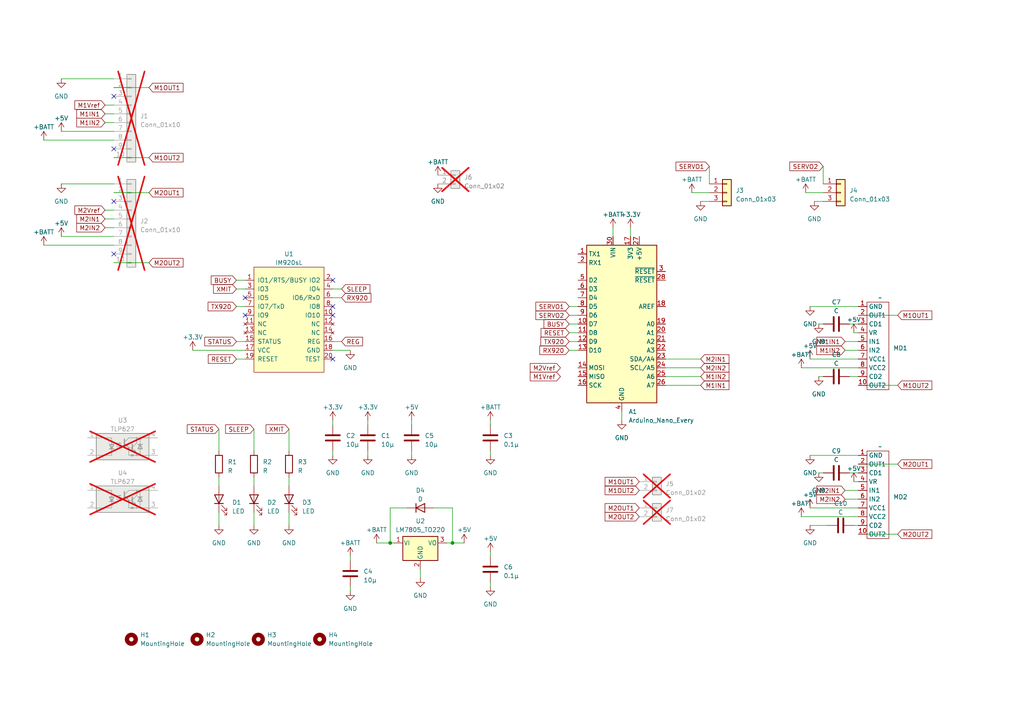
<source format=kicad_sch>
(kicad_sch (version 20230121) (generator eeschema)
  (paper "A4")
  (lib_symbols
    (symbol "BA6222:BA6222"
      (property "Reference" "MD" (at 0 0 0))
      (symbol "BA6222_0_1"
        (rectangle (start -3.81 -1.27) (end 2.54 -26.67))
      )
      (symbol "BA6222_1_1"
        (pin input line (at -6.35 -2.54 0) (length 2.54) (name "GND") (number "1"))
        (pin input line (at -6.35 -25.4 0) (length 2.54) (name "OUT2") (number "10"))
        (pin input line (at -6.35 -5.08 0) (length 2.54) (name "OUT1") (number "2"))
        (pin input line (at -6.35 -7.62 0) (length 2.54) (name "CD1") (number "3"))
        (pin input line (at -6.35 -10.16 0) (length 2.54) (name "VR") (number "4"))
        (pin input line (at -6.35 -12.7 0) (length 2.54) (name "IN1") (number "5"))
        (pin input line (at -6.35 -15.24 0) (length 2.54) (name "IN2") (number "6"))
        (pin input line (at -6.35 -17.78 0) (length 2.54) (name "VCC1") (number "7"))
        (pin input line (at -6.35 -20.32 0) (length 2.54) (name "VCC2") (number "8"))
        (pin input line (at -6.35 -22.86 0) (length 2.54) (name "CD2") (number "9"))
      )
    )
    (symbol "Connector_Generic:Conn_01x02" (pin_names (offset 1.016) hide)
      (property "Reference" "J" (at 0 2.54 0))
      (property "Value" "Conn_01x02" (at 0 -5.08 0))
      (symbol "Conn_01x02_1_1"
        (rectangle (start -1.27 -2.413) (end 0 -2.667) (stroke (width 0.1524)))
        (rectangle (start -1.27 0.127) (end 0 -0.127) (stroke (width 0.1524)))
        (rectangle (start -1.27 1.27) (end 1.27 -3.81) (stroke (width 0.254)) (fill (type background)))
        (pin passive line (at -5.08 0 0) (length 3.81) (name "Pin_1") (number "1"))
        (pin passive line (at -5.08 -2.54 0) (length 3.81) (name "Pin_2") (number "2"))
      )
    )
    (symbol "Connector_Generic:Conn_01x03" (pin_names (offset 1.016) hide)
      (property "Reference" "J" (at 0 5.08 0))
      (property "Value" "Conn_01x03" (at 0 -5.08 0))
      (symbol "Conn_01x03_1_1"
        (rectangle (start -1.27 -2.413) (end 0 -2.667) (stroke (width 0.1524)))
        (rectangle (start -1.27 0.127) (end 0 -0.127) (stroke (width 0.1524)))
        (rectangle (start -1.27 2.667) (end 0 2.413) (stroke (width 0.1524)))
        (rectangle (start -1.27 3.81) (end 1.27 -3.81) (stroke (width 0.254)) (fill (type background)))
        (pin passive line (at -5.08 2.54 0) (length 3.81) (name "Pin_1") (number "1"))
        (pin passive line (at -5.08 0 0) (length 3.81) (name "Pin_2") (number "2"))
        (pin passive line (at -5.08 -2.54 0) (length 3.81) (name "Pin_3") (number "3"))
      )
    )
    (symbol "Connector_Generic:Conn_01x10" (pin_names (offset 1.016) hide)
      (property "Reference" "J" (at 0 12.7 0))
      (property "Value" "Conn_01x10" (at 0 -15.24 0))
      (symbol "Conn_01x10_1_1"
        (rectangle (start -1.27 -12.573) (end 0 -12.827) (stroke (width 0.1524)))
        (rectangle (start -1.27 -10.033) (end 0 -10.287) (stroke (width 0.1524)))
        (rectangle (start -1.27 -7.493) (end 0 -7.747) (stroke (width 0.1524)))
        (rectangle (start -1.27 -4.953) (end 0 -5.207) (stroke (width 0.1524)))
        (rectangle (start -1.27 -2.413) (end 0 -2.667) (stroke (width 0.1524)))
        (rectangle (start -1.27 0.127) (end 0 -0.127) (stroke (width 0.1524)))
        (rectangle (start -1.27 2.667) (end 0 2.413) (stroke (width 0.1524)))
        (rectangle (start -1.27 5.207) (end 0 4.953) (stroke (width 0.1524)))
        (rectangle (start -1.27 7.747) (end 0 7.493) (stroke (width 0.1524)))
        (rectangle (start -1.27 10.287) (end 0 10.033) (stroke (width 0.1524)))
        (rectangle (start -1.27 11.43) (end 1.27 -13.97) (stroke (width 0.254)) (fill (type background)))
        (pin passive line (at -5.08 10.16 0) (length 3.81) (name "Pin_1") (number "1"))
        (pin passive line (at -5.08 -12.7 0) (length 3.81) (name "Pin_10") (number "10"))
        (pin passive line (at -5.08 7.62 0) (length 3.81) (name "Pin_2") (number "2"))
        (pin passive line (at -5.08 5.08 0) (length 3.81) (name "Pin_3") (number "3"))
        (pin passive line (at -5.08 2.54 0) (length 3.81) (name "Pin_4") (number "4"))
        (pin passive line (at -5.08 0 0) (length 3.81) (name "Pin_5") (number "5"))
        (pin passive line (at -5.08 -2.54 0) (length 3.81) (name "Pin_6") (number "6"))
        (pin passive line (at -5.08 -5.08 0) (length 3.81) (name "Pin_7") (number "7"))
        (pin passive line (at -5.08 -7.62 0) (length 3.81) (name "Pin_8") (number "8"))
        (pin passive line (at -5.08 -10.16 0) (length 3.81) (name "Pin_9") (number "9"))
      )
    )
    (symbol "Device:C" (pin_numbers hide) (pin_names (offset 0.254))
      (property "Reference" "C" (at 0.635 2.54 0))
      (property "Value" "C" (at 0.635 -2.54 0))
      (symbol "C_0_1"
        (polyline (pts (xy -2.032 -0.762) (xy 2.032 -0.762)) (stroke (width 0.508)))
        (polyline (pts (xy -2.032 0.762) (xy 2.032 0.762)) (stroke (width 0.508)))
      )
      (symbol "C_1_1"
        (pin passive line (at 0 3.81 270) (length 2.794) (name "~") (number "1"))
        (pin passive line (at 0 -3.81 90) (length 2.794) (name "~") (number "2"))
      )
    )
    (symbol "Device:D" (pin_numbers hide) (pin_names (offset 1.016) hide)
      (property "Reference" "D" (at 0 2.54 0))
      (property "Value" "D" (at 0 -2.54 0))
      (symbol "D_0_1"
        (polyline (pts (xy -1.27 1.27) (xy -1.27 -1.27)) (stroke (width 0.254)))
        (polyline (pts (xy 1.27 0) (xy -1.27 0)))
        (polyline (pts (xy 1.27 1.27) (xy 1.27 -1.27) (xy -1.27 0) (xy 1.27 1.27)) (stroke (width 0.254)))
      )
      (symbol "D_1_1"
        (pin passive line (at -3.81 0 0) (length 2.54) (name "K") (number "1"))
        (pin passive line (at 3.81 0 180) (length 2.54) (name "A") (number "2"))
      )
    )
    (symbol "Device:LED" (pin_numbers hide) (pin_names (offset 1.016) hide)
      (property "Reference" "D" (at 0 2.54 0))
      (property "Value" "LED" (at 0 -2.54 0))
      (symbol "LED_0_1"
        (polyline (pts (xy -1.27 -1.27) (xy -1.27 1.27)) (stroke (width 0.254)))
        (polyline (pts (xy -1.27 0) (xy 1.27 0)))
        (polyline (pts (xy 1.27 -1.27) (xy 1.27 1.27) (xy -1.27 0) (xy 1.27 -1.27)) (stroke (width 0.254)))
        (polyline (pts (xy -3.048 -0.762) (xy -4.572 -2.286) (xy -3.81 -2.286) (xy -4.572 -2.286) (xy -4.572 -1.524)))
        (polyline (pts (xy -1.778 -0.762) (xy -3.302 -2.286) (xy -2.54 -2.286) (xy -3.302 -2.286) (xy -3.302 -1.524)))
      )
      (symbol "LED_1_1"
        (pin passive line (at -3.81 0 0) (length 2.54) (name "K") (number "1"))
        (pin passive line (at 3.81 0 180) (length 2.54) (name "A") (number "2"))
      )
    )
    (symbol "Device:R" (pin_numbers hide) (pin_names (offset 0))
      (property "Reference" "R" (at 2.032 0 90))
      (property "Value" "R" (at 0 0 90))
      (symbol "R_0_1"
        (rectangle (start -1.016 -2.54) (end 1.016 2.54) (stroke (width 0.254)))
      )
      (symbol "R_1_1"
        (pin passive line (at 0 3.81 270) (length 1.27) (name "~") (number "1"))
        (pin passive line (at 0 -3.81 90) (length 1.27) (name "~") (number "2"))
      )
    )
    (symbol "Isolator:TLP627" (pin_names (offset 1.016))
      (property "Reference" "U" (at -7.62 5.08 0))
      (property "Value" "TLP627" (at 0 5.08 0))
      (symbol "TLP627_0_1"
        (rectangle (start -7.62 3.81) (end 7.62 -3.81) (stroke (width 0.254)) (fill (type background)))
        (polyline (pts (xy -3.81 -0.635) (xy -2.54 -0.635)) (stroke (width 0.254)))
        (polyline (pts (xy 0.508 1.016) (xy 1.778 -0.254)))
        (polyline (pts (xy 0.508 1.27) (xy 1.778 2.54)))
        (polyline (pts (xy 0.508 2.159) (xy 0.508 0.127)) (stroke (width 0.3556)))
        (polyline (pts (xy 1.778 2.54) (xy 7.62 2.54)))
        (polyline (pts (xy 2.794 -0.508) (xy 4.064 -1.778)))
        (polyline (pts (xy 2.794 -0.381) (xy 1.778 -0.381)))
        (polyline (pts (xy 2.794 -0.254) (xy 4.064 1.016)))
        (polyline (pts (xy 4.064 -2.54) (xy 7.62 -2.54)))
        (polyline (pts (xy 4.064 -1.778) (xy 4.064 -2.54)))
        (polyline (pts (xy 4.064 1.016) (xy 4.064 2.54)))
        (polyline (pts (xy 4.445 0.635) (xy 5.715 0.635)) (stroke (width 0.254)))
        (polyline (pts (xy 5.08 -0.635) (xy 5.08 -2.54)))
        (polyline (pts (xy 5.08 -0.635) (xy 5.08 2.54)))
        (polyline (pts (xy -7.62 2.54) (xy -3.175 2.54) (xy -3.175 0.635)))
        (polyline (pts (xy -3.175 0.762) (xy -3.175 -2.54) (xy -7.62 -2.54)))
        (polyline (pts (xy 2.794 0.635) (xy 2.794 -1.397) (xy 2.794 -1.397)) (stroke (width 0.3556)))
        (polyline (pts (xy -3.175 -0.635) (xy -3.81 0.635) (xy -2.54 0.635) (xy -3.175 -0.635)) (stroke (width 0.254)))
        (polyline (pts (xy 1.524 0) (xy 1.27 0.508) (xy 1.016 0.254) (xy 1.524 0)))
        (polyline (pts (xy 3.81 -1.524) (xy 3.556 -1.016) (xy 3.302 -1.27) (xy 3.81 -1.524)))
        (polyline (pts (xy 5.08 0.635) (xy 4.445 -0.635) (xy 5.715 -0.635) (xy 5.08 0.635)) (stroke (width 0.254)))
        (polyline (pts (xy -1.778 0) (xy -0.508 0) (xy -0.889 -0.127) (xy -0.889 0.127) (xy -0.508 0)))
        (polyline (pts (xy -1.778 1.016) (xy -0.508 1.016) (xy -0.889 0.889) (xy -0.889 1.143) (xy -0.508 1.016)))
        (polyline (pts (xy 1.778 -0.254) (xy 1.778 -2.54) (xy 2.286 -2.54) (xy 2.413 -2.286) (xy 2.54 -2.794) (xy 2.667 -2.286) (xy 2.794 -2.794) (xy 2.921 -2.286) (xy 3.048 -2.794) (xy 3.175 -2.286) (xy 3.302 -2.54) (xy 4.064 -2.54)))
        (circle (center 1.778 -0.381) (radius 0.127))
        (circle (center 4.064 -2.54) (radius 0.127))
        (circle (center 4.064 2.54) (radius 0.127))
        (circle (center 5.08 -2.54) (radius 0.127))
        (circle (center 5.08 2.54) (radius 0.127))
      )
      (symbol "TLP627_1_1"
        (pin passive line (at -10.16 2.54 0) (length 2.54) (name "~") (number "1"))
        (pin passive line (at -10.16 -2.54 0) (length 2.54) (name "~") (number "2"))
        (pin passive line (at 10.16 -2.54 180) (length 2.54) (name "~") (number "3"))
        (pin passive line (at 10.16 2.54 180) (length 2.54) (name "~") (number "4"))
      )
    )
    (symbol "MCU_Module:Arduino_Nano_Every"
      (property "Reference" "A" (at -10.16 23.495 0))
      (property "Value" "Arduino_Nano_Every" (at 5.08 -24.13 0))
      (symbol "Arduino_Nano_Every_0_1"
        (rectangle (start -10.16 22.86) (end 10.16 -22.86) (stroke (width 0.254)) (fill (type background)))
      )
      (symbol "Arduino_Nano_Every_1_1"
        (pin bidirectional line (at -12.7 20.32 0) (length 2.54) (name "TX1") (number "1"))
        (pin bidirectional line (at -12.7 0 0) (length 2.54) (name "D7") (number "10"))
        (pin bidirectional line (at -12.7 -2.54 0) (length 2.54) (name "D8") (number "11"))
        (pin bidirectional line (at -12.7 -5.08 0) (length 2.54) (name "D9") (number "12"))
        (pin bidirectional line (at -12.7 -7.62 0) (length 2.54) (name "D10") (number "13"))
        (pin bidirectional line (at -12.7 -12.7 0) (length 2.54) (name "MOSI") (number "14"))
        (pin bidirectional line (at -12.7 -15.24 0) (length 2.54) (name "MISO") (number "15"))
        (pin bidirectional line (at -12.7 -17.78 0) (length 2.54) (name "SCK") (number "16"))
        (pin power_out line (at 2.54 25.4 270) (length 2.54) (name "3V3") (number "17"))
        (pin input line (at 12.7 5.08 180) (length 2.54) (name "AREF") (number "18"))
        (pin bidirectional line (at 12.7 0 180) (length 2.54) (name "A0") (number "19"))
        (pin bidirectional line (at -12.7 17.78 0) (length 2.54) (name "RX1") (number "2"))
        (pin bidirectional line (at 12.7 -2.54 180) (length 2.54) (name "A1") (number "20"))
        (pin bidirectional line (at 12.7 -5.08 180) (length 2.54) (name "A2") (number "21"))
        (pin bidirectional line (at 12.7 -7.62 180) (length 2.54) (name "A3") (number "22"))
        (pin bidirectional line (at 12.7 -10.16 180) (length 2.54) (name "SDA/A4") (number "23"))
        (pin bidirectional line (at 12.7 -12.7 180) (length 2.54) (name "SCL/A5") (number "24"))
        (pin bidirectional line (at 12.7 -15.24 180) (length 2.54) (name "A6") (number "25"))
        (pin bidirectional line (at 12.7 -17.78 180) (length 2.54) (name "A7") (number "26"))
        (pin power_out line (at 5.08 25.4 270) (length 2.54) (name "+5V") (number "27"))
        (pin input line (at 12.7 12.7 180) (length 2.54) (name "~{RESET}") (number "28"))
        (pin passive line (at 0 -25.4 90) (length 2.54) hide (name "GND") (number "29"))
        (pin input line (at 12.7 15.24 180) (length 2.54) (name "~{RESET}") (number "3"))
        (pin power_in line (at -2.54 25.4 270) (length 2.54) (name "VIN") (number "30"))
        (pin power_in line (at 0 -25.4 90) (length 2.54) (name "GND") (number "4"))
        (pin bidirectional line (at -12.7 12.7 0) (length 2.54) (name "D2") (number "5"))
        (pin bidirectional line (at -12.7 10.16 0) (length 2.54) (name "D3") (number "6"))
        (pin bidirectional line (at -12.7 7.62 0) (length 2.54) (name "D4") (number "7"))
        (pin bidirectional line (at -12.7 5.08 0) (length 2.54) (name "D5") (number "8"))
        (pin bidirectional line (at -12.7 2.54 0) (length 2.54) (name "D6") (number "9"))
      )
    )
    (symbol "Mechanical:MountingHole" (pin_names (offset 1.016))
      (property "Reference" "H" (at 0 5.08 0))
      (property "Value" "MountingHole" (at 0 3.175 0))
      (symbol "MountingHole_0_1"
        (circle (center 0 0) (radius 1.27) (stroke (width 1.27)))
      )
    )
    (symbol "Regulator_Linear:LM7805_TO220" (pin_names (offset 0.254))
      (property "Reference" "U" (at -3.81 3.175 0))
      (property "Value" "LM7805_TO220" (at 0 3.175 0))
      (symbol "LM7805_TO220_0_1"
        (rectangle (start -5.08 1.905) (end 5.08 -5.08) (stroke (width 0.254)) (fill (type background)))
      )
      (symbol "LM7805_TO220_1_1"
        (pin power_in line (at -7.62 0 0) (length 2.54) (name "VI") (number "1"))
        (pin power_in line (at 0 -7.62 90) (length 2.54) (name "GND") (number "2"))
        (pin power_out line (at 7.62 0 180) (length 2.54) (name "VO") (number "3"))
      )
    )
    (symbol "interplan:IM920sL" (pin_names (offset 1.016))
      (property "Reference" "U" (at 0 15.24 0))
      (property "Value" "IM920sL" (at 0 -17.78 0))
      (symbol "IM920sL_0_1"
        (rectangle (start -10.16 13.97) (end 10.16 -16.51) (fill (type background)))
      )
      (symbol "IM920sL_1_1"
        (pin input line (at -12.7 10.16 0) (length 2.54) (name "IO1/RTS/BUSY") (number "1"))
        (pin input line (at 12.7 0 180) (length 2.54) (name "IO10") (number "10"))
        (pin no_connect line (at -12.7 -2.54 0) (length 2.54) (name "NC") (number "11"))
        (pin no_connect line (at 12.7 -2.54 180) (length 2.54) (name "NC") (number "12"))
        (pin no_connect line (at -12.7 -5.08 0) (length 2.54) (name "NC") (number "13"))
        (pin no_connect line (at 12.7 -5.08 180) (length 2.54) (name "NC") (number "14"))
        (pin input line (at -12.7 -7.62 0) (length 2.54) (name "STATUS") (number "15"))
        (pin input line (at 12.7 -7.62 180) (length 2.54) (name "REG") (number "16"))
        (pin input line (at -12.7 -10.16 0) (length 2.54) (name "VCC") (number "17"))
        (pin input line (at 12.7 -10.16 180) (length 2.54) (name "GND") (number "18"))
        (pin input line (at -12.7 -12.7 0) (length 2.54) (name "RESET") (number "19"))
        (pin input line (at 12.7 10.16 180) (length 2.54) (name "IO2") (number "2"))
        (pin input line (at 12.7 -12.7 180) (length 2.54) (name "TEST") (number "20"))
        (pin input line (at -12.7 7.62 0) (length 2.54) (name "IO3") (number "3"))
        (pin input line (at 12.7 7.62 180) (length 2.54) (name "IO4") (number "4"))
        (pin input line (at -12.7 5.08 0) (length 2.54) (name "IO5") (number "5"))
        (pin input line (at 12.7 5.08 180) (length 2.54) (name "IO6/RxD") (number "6"))
        (pin input line (at -12.7 2.54 0) (length 2.54) (name "IO7/TxD") (number "7"))
        (pin input line (at 12.7 2.54 180) (length 2.54) (name "IO8") (number "8"))
        (pin input line (at -12.7 0 0) (length 2.54) (name "IO9") (number "9"))
      )
    )
    (symbol "power:+3.3V" (power) (pin_names (offset 0))
      (property "Value" "+3.3V" (at 0 3.556 0))
      (symbol "+3.3V_0_1"
        (polyline (pts (xy -0.762 1.27) (xy 0 2.54)))
        (polyline (pts (xy 0 0) (xy 0 2.54)))
        (polyline (pts (xy 0 2.54) (xy 0.762 1.27)))
      )
      (symbol "+3.3V_1_1"
        (pin power_in line (at 0 0 90) (length 0) hide (name "+3.3V") (number "1"))
      )
    )
    (symbol "power:+5V" (power) (pin_names (offset 0))
      (property "Value" "+5V" (at 0 3.556 0))
      (symbol "+5V_0_1"
        (polyline (pts (xy -0.762 1.27) (xy 0 2.54)))
        (polyline (pts (xy 0 0) (xy 0 2.54)))
        (polyline (pts (xy 0 2.54) (xy 0.762 1.27)))
      )
      (symbol "+5V_1_1"
        (pin power_in line (at 0 0 90) (length 0) hide (name "+5V") (number "1"))
      )
    )
    (symbol "power:+BATT" (power) (pin_names (offset 0))
      (property "Value" "+BATT" (at 0 3.556 0))
      (symbol "+BATT_0_1"
        (polyline (pts (xy -0.762 1.27) (xy 0 2.54)))
        (polyline (pts (xy 0 0) (xy 0 2.54)))
        (polyline (pts (xy 0 2.54) (xy 0.762 1.27)))
      )
      (symbol "+BATT_1_1"
        (pin power_in line (at 0 0 90) (length 0) hide (name "+BATT") (number "1"))
      )
    )
    (symbol "power:GND" (power) (pin_names (offset 0))
      (property "Value" "GND" (at 0 -3.81 0))
      (symbol "GND_0_1"
        (polyline (pts (xy 0 0) (xy 0 -1.27) (xy 1.27 -1.27) (xy 0 -2.54) (xy -1.27 -1.27) (xy 0 -1.27)))
      )
      (symbol "GND_1_1"
        (pin power_in line (at 0 0 270) (length 0) hide (name "GND") (number "1"))
      )
    )
  )
  (junction (at 131.2434 157.48))
  (junction (at 113.1716 157.48))
  (no_connect (at 71.12 91.44))
  (no_connect (at 96.52 104.14))
  (no_connect (at 96.52 81.28))
  (no_connect (at 33.02 27.94))
  (no_connect (at 33.02 58.42))
  (no_connect (at 33.02 73.66))
  (no_connect (at 71.12 86.36))
  (no_connect (at 33.02 43.18))
  (no_connect (at 96.52 88.9))
  (no_connect (at 96.52 91.44))
  (wire (pts (xy 30.48 30.48) (xy 33.02 30.48)))
  (wire (pts (xy 17.78 22.86) (xy 33.02 22.86)))
  (wire (pts (xy 63.5 124.46) (xy 63.5 130.81)))
  (wire (pts (xy 30.48 33.02) (xy 33.02 33.02)))
  (wire (pts (xy 205.74 48.26) (xy 205.74 53.34)))
  (wire (pts (xy 68.58 104.14) (xy 71.12 104.14)))
  (wire (pts (xy 203.2 58.42) (xy 205.74 58.42)))
  (wire (pts (xy 118.11 147.32) (xy 113.1716 147.32)))
  (wire (pts (xy 247.65 152.4) (xy 248.92 152.4)))
  (wire (pts (xy 234.95 152.4) (xy 240.03 152.4)))
  (wire (pts (xy 99.06 99.06) (xy 96.52 99.06)))
  (wire (pts (xy 165.1 99.06) (xy 167.64 99.06)))
  (wire (pts (xy 30.48 60.96) (xy 33.02 60.96)))
  (wire (pts (xy 234.95 132.08) (xy 248.92 132.08)))
  (wire (pts (xy 142.24 121.92) (xy 142.24 123.19)))
  (wire (pts (xy 12.7 71.12) (xy 33.02 71.12)))
  (wire (pts (xy 119.38 130.81) (xy 119.38 132.08)))
  (wire (pts (xy 17.78 53.34) (xy 33.02 53.34)))
  (wire (pts (xy 248.92 91.44) (xy 260.35 91.44)))
  (wire (pts (xy 238.76 48.26) (xy 238.76 53.34)))
  (wire (pts (xy 63.5 148.59) (xy 63.5 152.4)))
  (wire (pts (xy 165.1 88.9) (xy 167.64 88.9)))
  (wire (pts (xy 165.1 93.98) (xy 167.64 93.98)))
  (wire (pts (xy 12.7 40.64) (xy 33.02 40.64)))
  (wire (pts (xy 248.92 111.76) (xy 260.35 111.76)))
  (wire (pts (xy 165.1 96.52) (xy 167.64 96.52)))
  (wire (pts (xy 246.38 93.98) (xy 248.92 93.98)))
  (wire (pts (xy 83.82 148.59) (xy 83.82 152.4)))
  (wire (pts (xy 68.58 83.82) (xy 71.12 83.82)))
  (wire (pts (xy 17.78 68.58) (xy 33.02 68.58)))
  (wire (pts (xy 234.95 104.14) (xy 248.92 104.14)))
  (wire (pts (xy 131.2434 157.48) (xy 134.62 157.48)))
  (wire (pts (xy 129.54 157.48) (xy 131.2434 157.48)))
  (wire (pts (xy 73.66 148.59) (xy 73.66 152.4)))
  (wire (pts (xy 245.11 142.24) (xy 248.92 142.24)))
  (wire (pts (xy 99.06 83.82) (xy 96.52 83.82)))
  (wire (pts (xy 106.68 121.92) (xy 106.68 123.19)))
  (wire (pts (xy 247.65 139.7) (xy 248.92 139.7)))
  (wire (pts (xy 33.02 25.4) (xy 43.18 25.4)))
  (wire (pts (xy 101.6 170.18) (xy 101.6 171.45)))
  (wire (pts (xy 234.95 88.9) (xy 248.92 88.9)))
  (wire (pts (xy 96.52 130.81) (xy 96.52 132.08)))
  (wire (pts (xy 237.49 93.98) (xy 238.76 93.98)))
  (wire (pts (xy 232.41 106.68) (xy 248.92 106.68)))
  (wire (pts (xy 63.5 138.43) (xy 63.5 140.97)))
  (wire (pts (xy 182.88 66.04) (xy 182.88 68.58)))
  (wire (pts (xy 96.52 86.36) (xy 99.06 86.36)))
  (wire (pts (xy 203.2 106.68) (xy 193.04 106.68)))
  (wire (pts (xy 33.02 76.2) (xy 43.18 76.2)))
  (wire (pts (xy 33.02 45.72) (xy 43.18 45.72)))
  (wire (pts (xy 83.82 124.46) (xy 83.82 130.81)))
  (wire (pts (xy 109.22 157.48) (xy 113.1716 157.48)))
  (wire (pts (xy 119.38 121.92) (xy 119.38 123.19)))
  (wire (pts (xy 30.48 66.04) (xy 33.02 66.04)))
  (wire (pts (xy 237.49 137.16) (xy 238.76 137.16)))
  (wire (pts (xy 125.73 147.32) (xy 131.2434 147.32)))
  (wire (pts (xy 248.92 154.94) (xy 260.35 154.94)))
  (wire (pts (xy 30.48 35.56) (xy 33.02 35.56)))
  (wire (pts (xy 233.68 55.88) (xy 238.76 55.88)))
  (wire (pts (xy 121.92 165.1) (xy 121.92 167.64)))
  (wire (pts (xy 113.1716 157.48) (xy 114.3 157.48)))
  (wire (pts (xy 73.66 124.46) (xy 73.66 130.81)))
  (wire (pts (xy 30.48 63.5) (xy 33.02 63.5)))
  (wire (pts (xy 101.6 161.29) (xy 101.6 162.56)))
  (wire (pts (xy 245.11 101.6) (xy 248.92 101.6)))
  (wire (pts (xy 203.2 104.14) (xy 193.04 104.14)))
  (wire (pts (xy 248.92 134.62) (xy 260.35 134.62)))
  (wire (pts (xy 193.04 111.76) (xy 203.2 111.76)))
  (wire (pts (xy 113.1716 147.32) (xy 113.1716 157.48)))
  (wire (pts (xy 68.58 81.28) (xy 71.12 81.28)))
  (wire (pts (xy 33.02 55.88) (xy 43.18 55.88)))
  (wire (pts (xy 68.58 88.9) (xy 71.12 88.9)))
  (wire (pts (xy 68.58 99.06) (xy 71.12 99.06)))
  (wire (pts (xy 236.22 58.42) (xy 238.76 58.42)))
  (wire (pts (xy 245.11 144.78) (xy 248.92 144.78)))
  (wire (pts (xy 73.66 138.43) (xy 73.66 140.97)))
  (wire (pts (xy 237.49 109.22) (xy 238.76 109.22)))
  (wire (pts (xy 193.04 109.22) (xy 203.2 109.22)))
  (wire (pts (xy 142.24 130.81) (xy 142.24 132.08)))
  (wire (pts (xy 234.95 147.32) (xy 248.92 147.32)))
  (wire (pts (xy 177.8 66.04) (xy 177.8 68.58)))
  (wire (pts (xy 55.88 101.6) (xy 71.12 101.6)))
  (wire (pts (xy 17.78 38.1) (xy 33.02 38.1)))
  (wire (pts (xy 96.52 121.92) (xy 96.52 123.19)))
  (wire (pts (xy 246.38 109.22) (xy 248.92 109.22)))
  (wire (pts (xy 180.34 119.38) (xy 180.34 121.92)))
  (wire (pts (xy 142.24 160.02) (xy 142.24 161.29)))
  (wire (pts (xy 131.2434 147.32) (xy 131.2434 157.48)))
  (wire (pts (xy 83.82 138.43) (xy 83.82 140.97)))
  (wire (pts (xy 232.41 149.86) (xy 248.92 149.86)))
  (wire (pts (xy 246.38 137.16) (xy 248.92 137.16)))
  (wire (pts (xy 165.1 101.6) (xy 167.64 101.6)))
  (wire (pts (xy 245.11 99.06) (xy 248.92 99.06)))
  (wire (pts (xy 142.24 168.91) (xy 142.24 170.18)))
  (wire (pts (xy 165.1 91.44) (xy 167.64 91.44)))
  (wire (pts (xy 200.66 55.88) (xy 205.74 55.88)))
  (wire (pts (xy 96.52 101.6) (xy 101.6 101.6)))
  (wire (pts (xy 247.65 96.52) (xy 248.92 96.52)))
  (wire (pts (xy 106.68 130.81) (xy 106.68 132.08)))
  (global_label "M2OUT2" (shape input) (at 260.35 154.94 0) (property "Intersheetrefs" "${INTERSHEET_REFS}" (effects hide)))
  (global_label "M1Vref" (shape input) (at 30.48 30.48 180) (property "Intersheetrefs" "${INTERSHEET_REFS}" (effects hide)))
  (global_label "M2IN2" (shape input) (at 245.11 144.78 180) (property "Intersheetrefs" "${INTERSHEET_REFS}" (effects hide)))
  (global_label "M1OUT2" (shape input) (at 260.35 111.76 0) (property "Intersheetrefs" "${INTERSHEET_REFS}" (effects hide)))
  (global_label "M1IN1" (shape input) (at 203.2 111.76 0) (property "Intersheetrefs" "${INTERSHEET_REFS}" (effects hide)))
  (global_label "XMIT" (shape input) (at 68.58 83.82 180) (property "Intersheetrefs" "${INTERSHEET_REFS}" (effects hide)))
  (global_label "M2IN1" (shape input) (at 30.48 63.5 180) (property "Intersheetrefs" "${INTERSHEET_REFS}" (effects hide)))
  (global_label "SERVO1" (shape input) (at 205.74 48.26 180) (property "Intersheetrefs" "${INTERSHEET_REFS}" (effects hide)))
  (global_label "M1IN2" (shape input) (at 203.2 109.22 0) (property "Intersheetrefs" "${INTERSHEET_REFS}" (effects hide)))
  (global_label "M2IN2" (shape input) (at 203.2 106.68 0) (property "Intersheetrefs" "${INTERSHEET_REFS}" (effects hide)))
  (global_label "RX920" (shape input) (at 165.1 101.6 180) (property "Intersheetrefs" "${INTERSHEET_REFS}" (effects hide)))
  (global_label "M1OUT2" (shape input) (at 185.42 142.24 180) (property "Intersheetrefs" "${INTERSHEET_REFS}" (effects hide)))
  (global_label "M2Vref" (shape input) (at 162.56 106.68 180) (property "Intersheetrefs" "${INTERSHEET_REFS}" (effects hide)))
  (global_label "SERVO2" (shape input) (at 238.76 48.26 180) (property "Intersheetrefs" "${INTERSHEET_REFS}" (effects hide)))
  (global_label "M1IN2" (shape input) (at 245.11 101.6 180) (property "Intersheetrefs" "${INTERSHEET_REFS}" (effects hide)))
  (global_label "M1IN1" (shape input) (at 30.48 33.02 180) (property "Intersheetrefs" "${INTERSHEET_REFS}" (effects hide)))
  (global_label "M2OUT2" (shape input) (at 43.18 76.2 0) (property "Intersheetrefs" "${INTERSHEET_REFS}" (effects hide)))
  (global_label "M2OUT1" (shape input) (at 260.35 134.62 0) (property "Intersheetrefs" "${INTERSHEET_REFS}" (effects hide)))
  (global_label "RESET" (shape input) (at 68.58 104.14 180) (property "Intersheetrefs" "${INTERSHEET_REFS}" (effects hide)))
  (global_label "M2IN1" (shape input) (at 245.11 142.24 180) (property "Intersheetrefs" "${INTERSHEET_REFS}" (effects hide)))
  (global_label "M1IN2" (shape input) (at 30.48 35.56 180) (property "Intersheetrefs" "${INTERSHEET_REFS}" (effects hide)))
  (global_label "SERVO2" (shape input) (at 165.1 91.44 180) (property "Intersheetrefs" "${INTERSHEET_REFS}" (effects hide)))
  (global_label "REG" (shape input) (at 99.06 99.06 0) (property "Intersheetrefs" "${INTERSHEET_REFS}" (effects hide)))
  (global_label "TX920" (shape input) (at 165.1 99.06 180) (property "Intersheetrefs" "${INTERSHEET_REFS}" (effects hide)))
  (global_label "M2Vref" (shape input) (at 30.48 60.96 180) (property "Intersheetrefs" "${INTERSHEET_REFS}" (effects hide)))
  (global_label "M1OUT1" (shape input) (at 185.42 139.7 180) (property "Intersheetrefs" "${INTERSHEET_REFS}" (effects hide)))
  (global_label "SERVO1" (shape input) (at 165.1 88.9 180) (property "Intersheetrefs" "${INTERSHEET_REFS}" (effects hide)))
  (global_label "M2IN2" (shape input) (at 30.48 66.04 180) (property "Intersheetrefs" "${INTERSHEET_REFS}" (effects hide)))
  (global_label "M1IN1" (shape input) (at 245.11 99.06 180) (property "Intersheetrefs" "${INTERSHEET_REFS}" (effects hide)))
  (global_label "M2OUT2" (shape input) (at 185.42 149.86 180) (property "Intersheetrefs" "${INTERSHEET_REFS}" (effects hide)))
  (global_label "TX920" (shape input) (at 68.58 88.9 180) (property "Intersheetrefs" "${INTERSHEET_REFS}" (effects hide)))
  (global_label "SLEEP" (shape input) (at 99.06 83.82 0) (property "Intersheetrefs" "${INTERSHEET_REFS}" (effects hide)))
  (global_label "M1OUT2" (shape input) (at 43.18 45.72 0) (property "Intersheetrefs" "${INTERSHEET_REFS}" (effects hide)))
  (global_label "M1OUT1" (shape input) (at 260.35 91.44 0) (property "Intersheetrefs" "${INTERSHEET_REFS}" (effects hide)))
  (global_label "M2OUT1" (shape input) (at 185.42 147.32 180) (property "Intersheetrefs" "${INTERSHEET_REFS}" (effects hide)))
  (global_label "BUSY" (shape input) (at 68.58 81.28 180) (property "Intersheetrefs" "${INTERSHEET_REFS}" (effects hide)))
  (global_label "XMIT" (shape input) (at 83.82 124.46 180) (property "Intersheetrefs" "${INTERSHEET_REFS}" (effects hide)))
  (global_label "M1Vref" (shape input) (at 162.56 109.22 180) (property "Intersheetrefs" "${INTERSHEET_REFS}" (effects hide)))
  (global_label "SLEEP" (shape input) (at 73.66 124.46 180) (property "Intersheetrefs" "${INTERSHEET_REFS}" (effects hide)))
  (global_label "M2OUT1" (shape input) (at 43.18 55.88 0) (property "Intersheetrefs" "${INTERSHEET_REFS}" (effects hide)))
  (global_label "RESET" (shape input) (at 165.1 96.52 180) (property "Intersheetrefs" "${INTERSHEET_REFS}" (effects hide)))
  (global_label "M1OUT1" (shape input) (at 43.18 25.4 0) (property "Intersheetrefs" "${INTERSHEET_REFS}" (effects hide)))
  (global_label "RX920" (shape input) (at 99.06 86.36 0) (property "Intersheetrefs" "${INTERSHEET_REFS}" (effects hide)))
  (global_label "BUSY" (shape input) (at 165.1 93.98 180) (property "Intersheetrefs" "${INTERSHEET_REFS}" (effects hide)))
  (global_label "STATUS" (shape input) (at 63.5 124.46 180) (property "Intersheetrefs" "${INTERSHEET_REFS}" (effects hide)))
  (global_label "M2IN1" (shape input) (at 203.2 104.14 0) (property "Intersheetrefs" "${INTERSHEET_REFS}" (effects hide)))
  (global_label "STATUS" (shape input) (at 68.58 99.06 180) (property "Intersheetrefs" "${INTERSHEET_REFS}" (effects hide)))
  (symbol (lib_id "Device:LED") (at 83.82 144.78 90) (unit 1)
    (property "Reference" "D3" (at 87.63 145.7325 90) (effects (justify right)))
    (property "Value" "LED" (at 87.63 148.2725 90) (effects (justify right)))
    (property "Footprint" "LED_THT:LED_D3.0mm" (effects hide))
  )
  (symbol (lib_id "power:GND") (at 96.52 132.08 0) (unit 1)
    (property "Reference" "#PWR010" (effects hide))
    (property "Value" "GND" (at 96.52 137.16 0))
  )
  (symbol (lib_id "Mechanical:MountingHole") (at 74.93 185.42 0) (unit 1)
    (property "Reference" "H3" (at 77.47 184.1499 0) (effects (justify left)))
    (property "Value" "MountingHole" (at 77.47 186.6899 0) (effects (justify left)))
    (property "Footprint" "MountingHole:MountingHole_3.2mm_M3" (effects hide))
  )
  (symbol (lib_id "power:GND") (at 83.82 152.4 0) (unit 1)
    (property "Reference" "#PWR07" (effects hide))
    (property "Value" "GND" (at 83.82 157.48 0))
  )
  (symbol (lib_id "power:GND") (at 237.49 93.98 0) (unit 1)
    (property "Reference" "#PWR042" (effects hide))
    (property "Value" "GND" (at 237.49 99.06 0))
  )
  (symbol (lib_id "Regulator_Linear:LM7805_TO220") (at 121.92 157.48 0) (unit 1)
    (property "Reference" "U2" (at 121.92 151.13 0))
    (property "Value" "LM7805_TO220" (at 121.92 153.67 0))
    (property "Footprint" "Package_TO_SOT_THT:TO-220-3_Vertical" (effects hide))
    (property "Datasheet" "https://www.onsemi.cn/PowerSolutions/document/MC7800-D.PDF" (effects hide))
  )
  (symbol (lib_id "power:GND") (at 106.68 132.08 0) (unit 1)
    (property "Reference" "#PWR09" (effects hide))
    (property "Value" "GND" (at 106.68 137.16 0))
  )
  (symbol (lib_id "power:GND") (at 234.95 88.9 0) (unit 1)
    (property "Reference" "#PWR038" (effects hide))
    (property "Value" "GND" (at 234.95 93.98 0))
  )
  (symbol (lib_id "power:+5V") (at 17.78 38.1 0) (unit 1)
    (property "Reference" "#PWR021" (effects hide))
    (property "Value" "+5V" (at 17.78 34.29 0))
  )
  (symbol (lib_id "power:+BATT") (at 177.8 66.04 0) (unit 1)
    (property "Reference" "#PWR06" (effects hide))
    (property "Value" "+BATT" (at 177.8 62.23 0))
  )
  (symbol (lib_id "Device:R") (at 73.66 134.62 180) (unit 1)
    (property "Reference" "R2" (at 76.2 133.985 0) (effects (justify right)))
    (property "Value" "R" (at 76.2 136.525 0) (effects (justify right)))
    (property "Footprint" "Resistor_THT:R_Axial_DIN0207_L6.3mm_D2.5mm_P7.62mm_Horizontal" (effects hide))
  )
  (symbol (lib_id "Isolator:TLP627") (at 35.56 144.78 0) (unit 1) (in_bom no) (on_board no) (dnp yes)
    (property "Reference" "U4" (at 35.56 137.16 0))
    (property "Value" "TLP627" (at 35.56 139.7 0))
    (property "Footprint" "Package_DIP:DIP-4_W7.62mm" (effects hide))
    (property "Datasheet" "https://toshiba.semicon-storage.com/info/docget.jsp?did=16914&prodName=TLP627" (effects hide))
    (property "Sim.Enable" "0" (effects hide))
  )
  (symbol (lib_id "Device:C") (at 106.68 127 0) (unit 1)
    (property "Reference" "C1" (at 110.49 126.365 0) (effects (justify left)))
    (property "Value" "10μ" (at 110.49 128.905 0) (effects (justify left)))
    (property "Footprint" "Capacitor_THT:C_Disc_D3.0mm_W1.6mm_P2.50mm" (effects hide))
  )
  (symbol (lib_id "Isolator:TLP627") (at 35.56 129.54 0) (unit 1) (in_bom no) (on_board no) (dnp yes)
    (property "Reference" "U3" (at 35.56 121.92 0))
    (property "Value" "TLP627" (at 35.56 124.46 0))
    (property "Footprint" "Package_DIP:DIP-4_W7.62mm" (effects hide))
    (property "Datasheet" "https://toshiba.semicon-storage.com/info/docget.jsp?did=16914&prodName=TLP627" (effects hide))
    (property "Sim.Enable" "0" (effects hide))
  )
  (symbol (lib_id "power:GND") (at 237.49 109.22 0) (unit 1)
    (property "Reference" "#PWR043" (effects hide))
    (property "Value" "GND" (at 237.49 114.3 0))
  )
  (symbol (lib_id "BA6222:BA6222") (at 255.27 129.54 0) (unit 1)
    (property "Reference" "MD2" (at 259.08 144.145 0) (effects (justify left)))
    (property "Value" "~" (at 255.27 129.54 0))
    (property "Footprint" "BA6222:BA6222" (effects hide))
  )
  (symbol (lib_id "Device:LED") (at 63.5 144.78 90) (unit 1)
    (property "Reference" "D1" (at 67.31 145.7325 90) (effects (justify right)))
    (property "Value" "LED" (at 67.31 148.2725 90) (effects (justify right)))
    (property "Footprint" "LED_THT:LED_D3.0mm" (effects hide))
  )
  (symbol (lib_id "Device:C") (at 243.84 152.4 270) (unit 1)
    (property "Reference" "C10" (at 243.84 146.05 90))
    (property "Value" "C" (at 243.84 148.59 90))
    (property "Footprint" "Capacitor_THT:C_Disc_D3.0mm_W1.6mm_P2.50mm" (effects hide))
  )
  (symbol (lib_id "Connector_Generic:Conn_01x02") (at 132.08 50.8 0) (unit 1) (in_bom no) (on_board no) (dnp yes)
    (property "Reference" "J6" (at 134.62 51.435 0) (effects (justify left)))
    (property "Value" "Conn_01x02" (at 134.62 53.975 0) (effects (justify left)))
    (property "Footprint" "Connector_AMASS:AMASS_XT60PW-M_1x02_P7.20mm_Horizontal" (effects hide))
    (property "Sim.Enable" "0" (effects hide))
  )
  (symbol (lib_id "power:+5V") (at 119.38 121.92 0) (unit 1)
    (property "Reference" "#PWR028" (effects hide))
    (property "Value" "+5V" (at 119.38 118.11 0))
  )
  (symbol (lib_id "power:+BATT") (at 101.6 161.29 0) (unit 1)
    (property "Reference" "#PWR017" (effects hide))
    (property "Value" "+BATT" (at 101.6 157.48 0))
  )
  (symbol (lib_id "power:+BATT") (at 127 50.8 0) (unit 1)
    (property "Reference" "#PWR036" (effects hide))
    (property "Value" "+BATT" (at 127 46.99 0))
  )
  (symbol (lib_id "power:+3.3V") (at 182.88 66.04 0) (unit 1)
    (property "Reference" "#PWR02" (effects hide))
    (property "Value" "+3.3V" (at 182.88 62.23 0))
  )
  (symbol (lib_id "Connector_Generic:Conn_01x02") (at 190.5 139.7 0) (unit 1) (in_bom no) (on_board no) (dnp yes)
    (property "Reference" "J5" (at 193.04 140.335 0) (effects (justify left)))
    (property "Value" "Conn_01x02" (at 193.04 142.875 0) (effects (justify left)))
    (property "Footprint" "Connector_AMASS:AMASS_XT30PW-F_1x02_P2.50mm_Horizontal" (effects hide))
    (property "Sim.Enable" "0" (effects hide))
  )
  (symbol (lib_id "power:GND") (at 203.2 58.42 0) (unit 1)
    (property "Reference" "#PWR034" (effects hide))
    (property "Value" "GND" (at 203.2 63.5 0))
  )
  (symbol (lib_id "Device:R") (at 63.5 134.62 180) (unit 1)
    (property "Reference" "R1" (at 66.04 133.985 0) (effects (justify right)))
    (property "Value" "R" (at 66.04 136.525 0) (effects (justify right)))
    (property "Footprint" "Resistor_THT:R_Axial_DIN0207_L6.3mm_D2.5mm_P7.62mm_Horizontal" (effects hide))
  )
  (symbol (lib_id "MCU_Module:Arduino_Nano_Every") (at 180.34 93.98 0) (unit 1)
    (property "Reference" "A1" (at 182.2959 119.38 0) (effects (justify left)))
    (property "Value" "Arduino_Nano_Every" (at 182.2959 121.92 0) (effects (justify left)))
    (property "Footprint" "Module:Arduino_Nano" (effects hide))
    (property "Datasheet" "https://content.arduino.cc/assets/NANOEveryV3.0_sch.pdf" (effects hide))
  )
  (symbol (lib_id "Device:C") (at 142.24 127 0) (unit 1)
    (property "Reference" "C3" (at 146.05 126.365 0) (effects (justify left)))
    (property "Value" "0.1μ" (at 146.05 128.905 0) (effects (justify left)))
    (property "Footprint" "Capacitor_THT:C_Disc_D3.0mm_W1.6mm_P2.50mm" (effects hide))
  )
  (symbol (lib_id "power:+BATT") (at 109.22 157.48 0) (unit 1)
    (property "Reference" "#PWR026" (effects hide))
    (property "Value" "+BATT" (at 109.22 153.67 0))
  )
  (symbol (lib_id "Mechanical:MountingHole") (at 38.1 185.42 0) (unit 1)
    (property "Reference" "H1" (at 40.64 184.15 0) (effects (justify left)))
    (property "Value" "MountingHole" (at 40.64 186.6899 0) (effects (justify left)))
    (property "Footprint" "MountingHole:MountingHole_3.2mm_M3" (effects hide))
  )
  (symbol (lib_id "power:GND") (at 17.78 53.34 0) (unit 1)
    (property "Reference" "#PWR023" (effects hide))
    (property "Value" "GND" (at 17.78 58.42 0))
  )
  (symbol (lib_id "power:GND") (at 101.6 171.45 0) (unit 1)
    (property "Reference" "#PWR016" (effects hide))
    (property "Value" "GND" (at 101.6 176.53 0))
  )
  (symbol (lib_id "power:+5V") (at 134.62 157.48 0) (unit 1)
    (property "Reference" "#PWR024" (effects hide))
    (property "Value" "+5V" (at 134.62 153.67 0))
  )
  (symbol (lib_id "power:GND") (at 236.22 58.42 0) (unit 1)
    (property "Reference" "#PWR035" (effects hide))
    (property "Value" "GND" (at 236.22 63.5 0))
  )
  (symbol (lib_id "power:GND") (at 63.5 152.4 0) (unit 1)
    (property "Reference" "#PWR04" (effects hide))
    (property "Value" "GND" (at 63.5 157.48 0))
  )
  (symbol (lib_id "power:GND") (at 180.34 121.92 0) (unit 1)
    (property "Reference" "#PWR08" (effects hide))
    (property "Value" "GND" (at 180.34 127 0))
  )
  (symbol (lib_id "power:GND") (at 234.95 152.4 0) (unit 1)
    (property "Reference" "#PWR045" (effects hide))
    (property "Value" "GND" (at 234.95 157.48 0))
  )
  (symbol (lib_id "Mechanical:MountingHole") (at 92.71 185.42 0) (unit 1)
    (property "Reference" "H4" (at 95.25 184.1499 0) (effects (justify left)))
    (property "Value" "MountingHole" (at 95.25 186.6899 0) (effects (justify left)))
    (property "Footprint" "MountingHole:MountingHole_3.2mm_M3" (effects hide))
  )
  (symbol (lib_id "power:GND") (at 119.38 132.08 0) (unit 1)
    (property "Reference" "#PWR029" (effects hide))
    (property "Value" "GND" (at 119.38 137.16 0))
  )
  (symbol (lib_id "power:GND") (at 234.95 132.08 0) (unit 1)
    (property "Reference" "#PWR039" (effects hide))
    (property "Value" "GND" (at 234.95 137.16 0))
  )
  (symbol (lib_id "Connector_Generic:Conn_01x03") (at 210.82 55.88 0) (unit 1)
    (property "Reference" "J3" (at 213.36 55.245 0) (effects (justify left)))
    (property "Value" "Conn_01x03" (at 213.36 57.785 0) (effects (justify left)))
    (property "Footprint" "Connector_PinHeader_2.54mm:PinHeader_1x03_P2.54mm_Vertical" (effects hide))
  )
  (symbol (lib_id "power:+BATT") (at 232.41 106.68 0) (unit 1)
    (property "Reference" "#PWR040" (effects hide))
    (property "Value" "+BATT" (at 232.41 102.87 0))
  )
  (symbol (lib_id "power:+BATT") (at 200.66 55.88 0) (unit 1)
    (property "Reference" "#PWR032" (effects hide))
    (property "Value" "+BATT" (at 200.66 52.07 0))
  )
  (symbol (lib_id "power:+BATT") (at 233.68 55.88 0) (unit 1)
    (property "Reference" "#PWR033" (effects hide))
    (property "Value" "+BATT" (at 233.68 52.07 0))
  )
  (symbol (lib_id "Device:C") (at 101.6 166.37 0) (unit 1)
    (property "Reference" "C4" (at 105.41 165.735 0) (effects (justify left)))
    (property "Value" "10μ" (at 105.41 168.275 0) (effects (justify left)))
    (property "Footprint" "Capacitor_THT:C_Disc_D3.0mm_W1.6mm_P2.50mm" (effects hide))
  )
  (symbol (lib_id "Device:C") (at 142.24 165.1 0) (unit 1)
    (property "Reference" "C6" (at 146.05 164.465 0) (effects (justify left)))
    (property "Value" "0.1μ" (at 146.05 167.005 0) (effects (justify left)))
    (property "Footprint" "Capacitor_THT:C_Disc_D3.0mm_W1.6mm_P2.50mm" (effects hide))
  )
  (symbol (lib_id "Connector_Generic:Conn_01x10") (at 38.1 63.5 0) (unit 1) (in_bom no) (on_board no) (dnp yes)
    (property "Reference" "J2" (at 40.64 64.135 0) (effects (justify left)))
    (property "Value" "Conn_01x10" (at 40.64 66.675 0) (effects (justify left)))
    (property "Footprint" "Connector_PinHeader_2.54mm:PinHeader_1x10_P2.54mm_Vertical" (effects hide))
    (property "Sim.Enable" "0" (effects hide))
  )
  (symbol (lib_id "power:+5V") (at 234.95 147.32 0) (unit 1)
    (property "Reference" "#PWR047" (effects hide))
    (property "Value" "+5V" (at 234.95 143.51 0))
  )
  (symbol (lib_id "Device:D") (at 121.92 147.32 0) (unit 1)
    (property "Reference" "D4" (at 121.92 142.24 0))
    (property "Value" "D" (at 121.92 144.78 0))
    (property "Footprint" "Diode_THT:D_DO-35_SOD27_P7.62mm_Horizontal" (effects hide))
    (property "Sim.Device" "D" (effects hide))
    (property "Sim.Pins" "1=K 2=A" (effects hide))
  )
  (symbol (lib_id "power:+BATT") (at 232.41 149.86 0) (unit 1)
    (property "Reference" "#PWR046" (effects hide))
    (property "Value" "+BATT" (at 232.41 146.05 0))
  )
  (symbol (lib_id "power:+3.3V") (at 96.52 121.92 0) (unit 1)
    (property "Reference" "#PWR011" (effects hide))
    (property "Value" "+3.3V" (at 96.52 118.11 0))
  )
  (symbol (lib_id "power:GND") (at 121.92 167.64 0) (unit 1)
    (property "Reference" "#PWR027" (effects hide))
    (property "Value" "GND" (at 121.92 172.72 0))
  )
  (symbol (lib_id "Connector_Generic:Conn_01x02") (at 190.5 147.32 0) (unit 1) (in_bom no) (on_board no) (dnp yes)
    (property "Reference" "J7" (at 193.04 147.955 0) (effects (justify left)))
    (property "Value" "Conn_01x02" (at 193.04 150.495 0) (effects (justify left)))
    (property "Footprint" "Connector_AMASS:AMASS_XT30PW-F_1x02_P2.50mm_Horizontal" (effects hide))
    (property "Sim.Enable" "0" (effects hide))
  )
  (symbol (lib_id "power:GND") (at 237.49 137.16 0) (unit 1)
    (property "Reference" "#PWR044" (effects hide))
    (property "Value" "GND" (at 237.49 142.24 0))
  )
  (symbol (lib_id "power:+5V") (at 142.24 160.02 0) (unit 1)
    (property "Reference" "#PWR030" (effects hide))
    (property "Value" "+5V" (at 142.24 156.21 0))
  )
  (symbol (lib_id "power:GND") (at 101.6 101.6 0) (unit 1)
    (property "Reference" "#PWR03" (effects hide))
    (property "Value" "GND" (at 101.6 106.68 0))
  )
  (symbol (lib_id "power:+3.3V") (at 55.88 101.6 0) (unit 1)
    (property "Reference" "#PWR01" (effects hide))
    (property "Value" "+3.3V" (at 55.88 97.79 0))
  )
  (symbol (lib_id "Device:C") (at 96.52 127 0) (unit 1)
    (property "Reference" "C2" (at 100.33 126.365 0) (effects (justify left)))
    (property "Value" "10μ" (at 100.33 128.905 0) (effects (justify left)))
    (property "Footprint" "Capacitor_THT:C_Disc_D3.0mm_W1.6mm_P2.50mm" (effects hide))
  )
  (symbol (lib_id "power:GND") (at 127 53.34 0) (unit 1)
    (property "Reference" "#PWR037" (effects hide))
    (property "Value" "GND" (at 127 58.42 0))
  )
  (symbol (lib_id "power:GND") (at 73.66 152.4 0) (unit 1)
    (property "Reference" "#PWR05" (effects hide))
    (property "Value" "GND" (at 73.66 157.48 0))
  )
  (symbol (lib_id "Device:C") (at 242.57 93.98 270) (unit 1)
    (property "Reference" "C7" (at 242.57 87.63 90))
    (property "Value" "C" (at 242.57 90.17 90))
    (property "Footprint" "Capacitor_THT:C_Disc_D3.0mm_W1.6mm_P2.50mm" (effects hide))
  )
  (symbol (lib_id "power:GND") (at 142.24 132.08 0) (unit 1)
    (property "Reference" "#PWR014" (effects hide))
    (property "Value" "GND" (at 142.24 137.16 0))
  )
  (symbol (lib_id "power:+5V") (at 17.78 68.58 0) (unit 1)
    (property "Reference" "#PWR022" (effects hide))
    (property "Value" "+5V" (at 17.78 64.77 0))
  )
  (symbol (lib_id "power:+5V") (at 247.65 139.7 0) (unit 1)
    (property "Reference" "#PWR049" (effects hide))
    (property "Value" "+5V" (at 247.65 135.89 0))
  )
  (symbol (lib_id "Mechanical:MountingHole") (at 57.15 185.42 0) (unit 1)
    (property "Reference" "H2" (at 59.69 184.1499 0) (effects (justify left)))
    (property "Value" "MountingHole" (at 59.69 186.6899 0) (effects (justify left)))
    (property "Footprint" "MountingHole:MountingHole_3.2mm_M3" (effects hide))
  )
  (symbol (lib_id "power:+BATT") (at 12.7 40.64 0) (unit 1)
    (property "Reference" "#PWR020" (effects hide))
    (property "Value" "+BATT" (at 12.7 36.83 0))
  )
  (symbol (lib_id "power:+3.3V") (at 106.68 121.92 0) (unit 1)
    (property "Reference" "#PWR012" (effects hide))
    (property "Value" "+3.3V" (at 106.68 118.11 0))
  )
  (symbol (lib_id "power:+BATT") (at 142.24 121.92 0) (unit 1)
    (property "Reference" "#PWR015" (effects hide))
    (property "Value" "+BATT" (at 142.24 118.11 0))
  )
  (symbol (lib_id "BA6222:BA6222") (at 255.27 86.36 0) (unit 1)
    (property "Reference" "MD1" (at 259.08 100.965 0) (effects (justify left)))
    (property "Value" "~" (at 255.27 86.36 0))
    (property "Footprint" "BA6222:BA6222" (effects hide))
  )
  (symbol (lib_id "Device:C") (at 119.38 127 0) (unit 1)
    (property "Reference" "C5" (at 123.19 126.365 0) (effects (justify left)))
    (property "Value" "10μ" (at 123.19 128.905 0) (effects (justify left)))
    (property "Footprint" "Capacitor_THT:C_Disc_D3.0mm_W1.6mm_P2.50mm" (effects hide))
  )
  (symbol (lib_id "power:GND") (at 142.24 170.18 0) (unit 1)
    (property "Reference" "#PWR031" (effects hide))
    (property "Value" "GND" (at 142.24 175.26 0))
  )
  (symbol (lib_id "power:+5V") (at 247.65 96.52 0) (unit 1)
    (property "Reference" "#PWR048" (effects hide))
    (property "Value" "+5V" (at 247.65 92.71 0))
  )
  (symbol (lib_id "power:GND") (at 17.78 22.86 0) (unit 1)
    (property "Reference" "#PWR018" (effects hide))
    (property "Value" "GND" (at 17.78 27.94 0))
  )
  (symbol (lib_id "Connector_Generic:Conn_01x10") (at 38.1 33.02 0) (unit 1) (in_bom no) (on_board no) (dnp yes)
    (property "Reference" "J1" (at 40.64 33.655 0) (effects (justify left)))
    (property "Value" "Conn_01x10" (at 40.64 36.195 0) (effects (justify left)))
    (property "Footprint" "Connector_PinHeader_2.54mm:PinHeader_1x10_P2.54mm_Vertical" (effects hide))
    (property "Sim.Enable" "0" (effects hide))
  )
  (symbol (lib_id "Device:C") (at 242.57 109.22 270) (unit 1)
    (property "Reference" "C8" (at 242.57 102.87 90))
    (property "Value" "C" (at 242.57 105.41 90))
    (property "Footprint" "Capacitor_THT:C_Disc_D3.0mm_W1.6mm_P2.50mm" (effects hide))
  )
  (symbol (lib_id "power:+BATT") (at 12.7 71.12 0) (unit 1)
    (property "Reference" "#PWR019" (effects hide))
    (property "Value" "+BATT" (at 12.7 67.31 0))
  )
  (symbol (lib_id "Device:R") (at 83.82 134.62 180) (unit 1)
    (property "Reference" "R3" (at 86.36 133.985 0) (effects (justify right)))
    (property "Value" "R" (at 86.36 136.525 0) (effects (justify right)))
    (property "Footprint" "Resistor_THT:R_Axial_DIN0207_L6.3mm_D2.5mm_P7.62mm_Horizontal" (effects hide))
  )
  (symbol (lib_id "Device:LED") (at 73.66 144.78 90) (unit 1)
    (property "Reference" "D2" (at 77.47 145.7325 90) (effects (justify right)))
    (property "Value" "LED" (at 77.47 148.2725 90) (effects (justify right)))
    (property "Footprint" "LED_THT:LED_D3.0mm" (effects hide))
  )
  (symbol (lib_id "power:+5V") (at 234.95 104.14 0) (unit 1)
    (property "Reference" "#PWR041" (effects hide))
    (property "Value" "+5V" (at 234.95 100.33 0))
  )
  (symbol (lib_id "Connector_Generic:Conn_01x03") (at 243.84 55.88 0) (unit 1)
    (property "Reference" "J4" (at 246.38 55.245 0) (effects (justify left)))
    (property "Value" "Conn_01x03" (at 246.38 57.785 0) (effects (justify left)))
    (property "Footprint" "Connector_PinHeader_2.54mm:PinHeader_1x03_P2.54mm_Vertical" (effects hide))
  )
  (symbol (lib_id "interplan:IM920sL") (at 83.82 91.44 0) (unit 1)
    (property "Reference" "U1" (at 83.82 73.66 0))
    (property "Value" "IM920sL" (at 83.82 76.2 0))
    (property "Footprint" "interplan:IM920c-ADP_1" (effects hide))
  )
  (symbol (lib_id "Device:C") (at 242.57 137.16 270) (unit 1)
    (property "Reference" "C9" (at 242.57 130.81 90))
    (property "Value" "C" (at 242.57 133.35 90))
    (property "Footprint" "Capacitor_THT:C_Disc_D3.0mm_W1.6mm_P2.50mm" (effects hide))
  )
)
</source>
